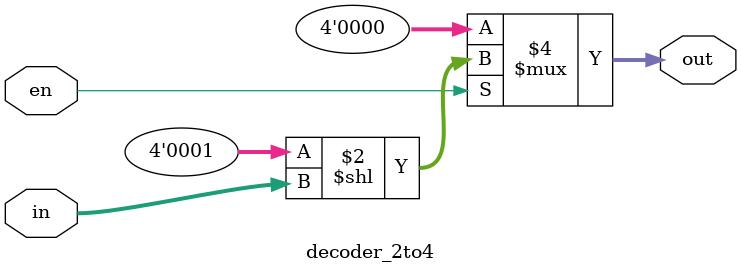
<source format=v>
module decoder_2to4 (
  input  wire [1:0] in,    // 2-bit input
  input  wire       en,    // Enable signal
  output reg  [3:0] out    // Output must be reg
);

always @(*) begin
  if (en)
    out <= 4'b0001 << in;  // Decoder active when enabled
  else
    out <= 4'b0000;        // All outputs OFF when disabled
end

endmodule

</source>
